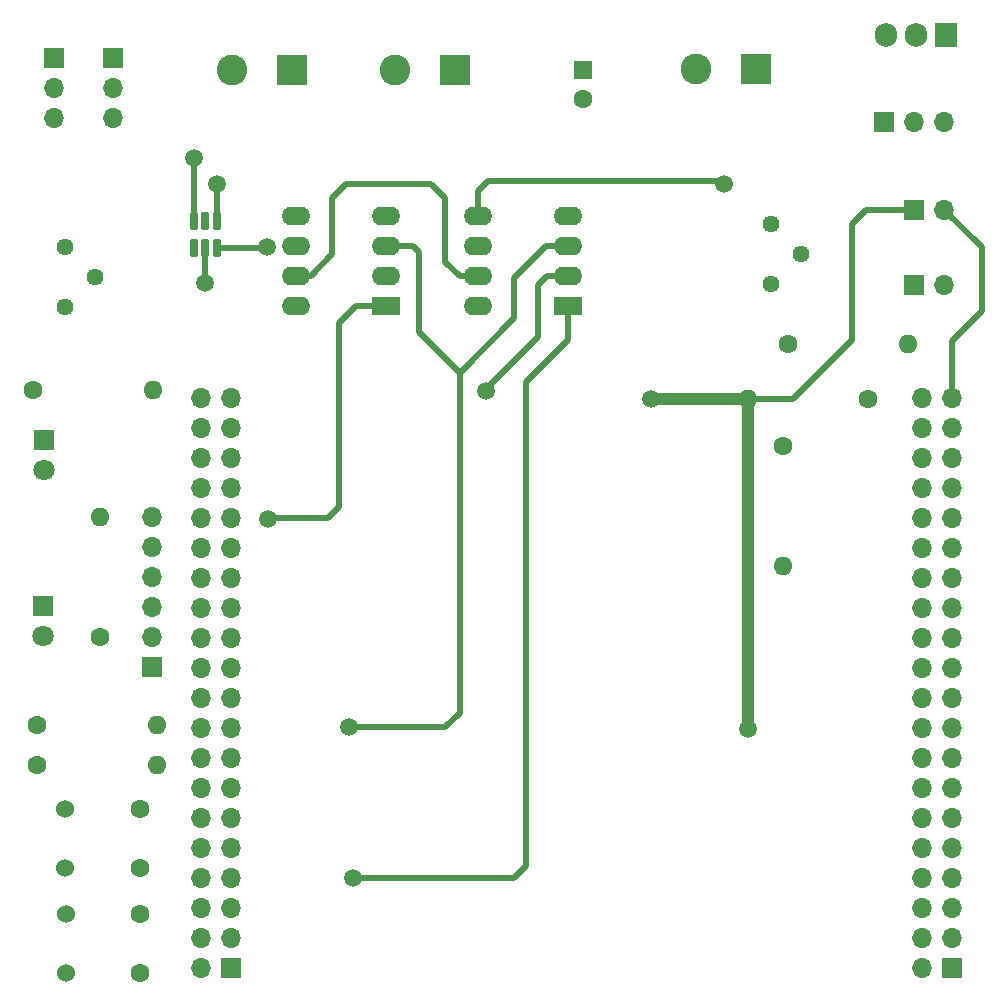
<source format=gbr>
%TF.GenerationSoftware,KiCad,Pcbnew,8.0.0*%
%TF.CreationDate,2024-10-06T21:21:36+02:00*%
%TF.ProjectId,Rayonnement_L476RG,5261796f-6e6e-4656-9d65-6e745f4c3437,rev?*%
%TF.SameCoordinates,Original*%
%TF.FileFunction,Copper,L1,Top*%
%TF.FilePolarity,Positive*%
%FSLAX46Y46*%
G04 Gerber Fmt 4.6, Leading zero omitted, Abs format (unit mm)*
G04 Created by KiCad (PCBNEW 8.0.0) date 2024-10-06 21:21:36*
%MOMM*%
%LPD*%
G01*
G04 APERTURE LIST*
G04 Aperture macros list*
%AMRoundRect*
0 Rectangle with rounded corners*
0 $1 Rounding radius*
0 $2 $3 $4 $5 $6 $7 $8 $9 X,Y pos of 4 corners*
0 Add a 4 corners polygon primitive as box body*
4,1,4,$2,$3,$4,$5,$6,$7,$8,$9,$2,$3,0*
0 Add four circle primitives for the rounded corners*
1,1,$1+$1,$2,$3*
1,1,$1+$1,$4,$5*
1,1,$1+$1,$6,$7*
1,1,$1+$1,$8,$9*
0 Add four rect primitives between the rounded corners*
20,1,$1+$1,$2,$3,$4,$5,0*
20,1,$1+$1,$4,$5,$6,$7,0*
20,1,$1+$1,$6,$7,$8,$9,0*
20,1,$1+$1,$8,$9,$2,$3,0*%
G04 Aperture macros list end*
%TA.AperFunction,ComponentPad*%
%ADD10R,1.700000X1.700000*%
%TD*%
%TA.AperFunction,ComponentPad*%
%ADD11O,1.700000X1.700000*%
%TD*%
%TA.AperFunction,ComponentPad*%
%ADD12R,2.600000X2.600000*%
%TD*%
%TA.AperFunction,ComponentPad*%
%ADD13C,2.600000*%
%TD*%
%TA.AperFunction,ComponentPad*%
%ADD14R,1.800000X1.800000*%
%TD*%
%TA.AperFunction,ComponentPad*%
%ADD15C,1.800000*%
%TD*%
%TA.AperFunction,ComponentPad*%
%ADD16C,1.524000*%
%TD*%
%TA.AperFunction,ComponentPad*%
%ADD17C,1.440000*%
%TD*%
%TA.AperFunction,ComponentPad*%
%ADD18R,2.400000X1.600000*%
%TD*%
%TA.AperFunction,ComponentPad*%
%ADD19O,2.400000X1.600000*%
%TD*%
%TA.AperFunction,ComponentPad*%
%ADD20C,1.600000*%
%TD*%
%TA.AperFunction,ComponentPad*%
%ADD21O,1.600000X1.600000*%
%TD*%
%TA.AperFunction,ComponentPad*%
%ADD22R,1.600000X1.600000*%
%TD*%
%TA.AperFunction,SMDPad,CuDef*%
%ADD23RoundRect,0.150000X0.150000X-0.650000X0.150000X0.650000X-0.150000X0.650000X-0.150000X-0.650000X0*%
%TD*%
%TA.AperFunction,ComponentPad*%
%ADD24R,1.905000X2.000000*%
%TD*%
%TA.AperFunction,ComponentPad*%
%ADD25O,1.905000X2.000000*%
%TD*%
%TA.AperFunction,ViaPad*%
%ADD26C,1.500000*%
%TD*%
%TA.AperFunction,Conductor*%
%ADD27C,0.500000*%
%TD*%
%TA.AperFunction,Conductor*%
%ADD28C,1.000000*%
%TD*%
G04 APERTURE END LIST*
D10*
%TO.P,J4,1,Pin_1*%
%TO.N,unconnected-(J4-Pin_1-Pad1)*%
X208500000Y-143440000D03*
D11*
%TO.P,J4,2,Pin_2*%
%TO.N,unconnected-(J4-Pin_2-Pad2)*%
X205960000Y-143440000D03*
%TO.P,J4,3,Pin_3*%
%TO.N,unconnected-(J4-Pin_3-Pad3)*%
X208500000Y-140900000D03*
%TO.P,J4,4,Pin_4*%
%TO.N,unconnected-(J4-Pin_4-Pad4)*%
X205960000Y-140900000D03*
%TO.P,J4,5,Pin_5*%
%TO.N,unconnected-(J4-Pin_5-Pad5)*%
X208500000Y-138360000D03*
%TO.P,J4,6,Pin_6*%
%TO.N,unconnected-(J4-Pin_6-Pad6)*%
X205960000Y-138360000D03*
%TO.P,J4,7,Pin_7*%
%TO.N,unconnected-(J4-Pin_7-Pad7)*%
X208500000Y-135820000D03*
%TO.P,J4,8,Pin_8*%
%TO.N,unconnected-(J4-Pin_8-Pad8)*%
X205960000Y-135820000D03*
%TO.P,J4,9,Pin_9*%
%TO.N,unconnected-(J4-Pin_9-Pad9)*%
X208500000Y-133280000D03*
%TO.P,J4,10,Pin_10*%
%TO.N,unconnected-(J4-Pin_10-Pad10)*%
X205960000Y-133280000D03*
%TO.P,J4,11,Pin_11*%
%TO.N,unconnected-(J4-Pin_11-Pad11)*%
X208500000Y-130740000D03*
%TO.P,J4,12,Pin_12*%
%TO.N,unconnected-(J4-Pin_12-Pad12)*%
X205960000Y-130740000D03*
%TO.P,J4,13,Pin_13*%
%TO.N,unconnected-(J4-Pin_13-Pad13)*%
X208500000Y-128200000D03*
%TO.P,J4,14,Pin_14*%
%TO.N,unconnected-(J4-Pin_14-Pad14)*%
X205960000Y-128200000D03*
%TO.P,J4,15,Pin_15*%
%TO.N,unconnected-(J4-Pin_15-Pad15)*%
X208500000Y-125660000D03*
%TO.P,J4,16,Pin_16*%
%TO.N,unconnected-(J4-Pin_16-Pad16)*%
X205960000Y-125660000D03*
%TO.P,J4,17,Pin_17*%
%TO.N,unconnected-(J4-Pin_17-Pad17)*%
X208500000Y-123120000D03*
%TO.P,J4,18,Pin_18*%
%TO.N,3.3V_NUC*%
X205960000Y-123120000D03*
%TO.P,J4,19,Pin_19*%
%TO.N,unconnected-(J4-Pin_19-Pad19)*%
X208500000Y-120580000D03*
%TO.P,J4,20,Pin_20*%
%TO.N,5V_NUC*%
X205960000Y-120580000D03*
%TO.P,J4,21,Pin_21*%
%TO.N,GND*%
X208500000Y-118040000D03*
%TO.P,J4,22,Pin_22*%
X205960000Y-118040000D03*
%TO.P,J4,23,Pin_23*%
%TO.N,Servo*%
X208500000Y-115500000D03*
%TO.P,J4,24,Pin_24*%
%TO.N,GND*%
X205960000Y-115500000D03*
%TO.P,J4,25,Pin_25*%
%TO.N,USER_BUTTON*%
X208500000Y-112960000D03*
%TO.P,J4,26,Pin_26*%
%TO.N,VIN*%
X205960000Y-112960000D03*
%TO.P,J4,27,Pin_27*%
%TO.N,unconnected-(J4-Pin_27-Pad27)*%
X208500000Y-110420000D03*
%TO.P,J4,28,Pin_28*%
%TO.N,unconnected-(J4-Pin_28-Pad28)*%
X205960000Y-110420000D03*
%TO.P,J4,29,Pin_29*%
%TO.N,unconnected-(J4-Pin_29-Pad29)*%
X208500000Y-107880000D03*
%TO.P,J4,30,Pin_30*%
%TO.N,unconnected-(J4-Pin_30-Pad30)*%
X205960000Y-107880000D03*
%TO.P,J4,31,Pin_31*%
%TO.N,unconnected-(J4-Pin_31-Pad31)*%
X208500000Y-105340000D03*
%TO.P,J4,32,Pin_32*%
%TO.N,unconnected-(J4-Pin_32-Pad32)*%
X205960000Y-105340000D03*
%TO.P,J4,33,Pin_33*%
%TO.N,unconnected-(J4-Pin_33-Pad33)*%
X208500000Y-102800000D03*
%TO.P,J4,34,Pin_34*%
%TO.N,unconnected-(J4-Pin_34-Pad34)*%
X205960000Y-102800000D03*
%TO.P,J4,35,Pin_35*%
%TO.N,unconnected-(J4-Pin_35-Pad35)*%
X208500000Y-100260000D03*
%TO.P,J4,36,Pin_36*%
%TO.N,POT_NUM_OUT*%
X205960000Y-100260000D03*
%TO.P,J4,37,Pin_37*%
%TO.N,unconnected-(J4-Pin_37-Pad37)*%
X208500000Y-97720000D03*
%TO.P,J4,38,Pin_38*%
%TO.N,RT_OUT*%
X205960000Y-97720000D03*
%TO.P,J4,39,Pin_39*%
%TO.N,PHD_OUT*%
X208500000Y-95180000D03*
%TO.P,J4,40,Pin_40*%
%TO.N,unconnected-(J4-Pin_40-Pad40)*%
X205960000Y-95180000D03*
%TD*%
D10*
%TO.P,J7,1,Pin_1*%
%TO.N,unconnected-(J7-Pin_1-Pad1)*%
X147460001Y-143440000D03*
D11*
%TO.P,J7,2,Pin_2*%
%TO.N,unconnected-(J7-Pin_2-Pad2)*%
X144920001Y-143440000D03*
%TO.P,J7,3,Pin_3*%
%TO.N,unconnected-(J7-Pin_3-Pad3)*%
X147460001Y-140900000D03*
%TO.P,J7,4,Pin_4*%
%TO.N,SW2_OUT*%
X144920001Y-140900000D03*
%TO.P,J7,5,Pin_5*%
%TO.N,unconnected-(J7-Pin_5-Pad5)*%
X147460001Y-138360000D03*
%TO.P,J7,6,Pin_6*%
%TO.N,SW1_OUT*%
X144920001Y-138360000D03*
%TO.P,J7,7,Pin_7*%
%TO.N,CS_2*%
X147460001Y-135820000D03*
%TO.P,J7,8,Pin_8*%
%TO.N,unconnected-(J7-Pin_8-Pad8)*%
X144920001Y-135820000D03*
%TO.P,J7,9,Pin_9*%
%TO.N,unconnected-(J7-Pin_9-Pad9)*%
X147460001Y-133280000D03*
%TO.P,J7,10,Pin_10*%
%TO.N,unconnected-(J7-Pin_10-Pad10)*%
X144920001Y-133280000D03*
%TO.P,J7,11,Pin_11*%
%TO.N,unconnected-(J7-Pin_11-Pad11)*%
X147460001Y-130740000D03*
%TO.P,J7,12,Pin_12*%
%TO.N,unconnected-(J7-Pin_12-Pad12)*%
X144920001Y-130740000D03*
%TO.P,J7,13,Pin_13*%
%TO.N,SCK*%
X147460001Y-128200000D03*
%TO.P,J7,14,Pin_14*%
%TO.N,unconnected-(J7-Pin_14-Pad14)*%
X144920001Y-128200000D03*
%TO.P,J7,15,Pin_15*%
%TO.N,MISO*%
X147460001Y-125660000D03*
%TO.P,J7,16,Pin_16*%
%TO.N,unconnected-(J7-Pin_16-Pad16)*%
X144920001Y-125660000D03*
%TO.P,J7,17,Pin_17*%
%TO.N,MOSI*%
X147460001Y-123120000D03*
%TO.P,J7,18,Pin_18*%
%TO.N,unconnected-(J7-Pin_18-Pad18)*%
X144920001Y-123120000D03*
%TO.P,J7,19,Pin_19*%
%TO.N,unconnected-(J7-Pin_19-Pad19)*%
X147460001Y-120580000D03*
%TO.P,J7,20,Pin_20*%
%TO.N,unconnected-(J7-Pin_20-Pad20)*%
X144920001Y-120580000D03*
%TO.P,J7,21,Pin_21*%
%TO.N,LED_OUT*%
X147460001Y-118040000D03*
%TO.P,J7,22,Pin_22*%
%TO.N,GND*%
X144920001Y-118040000D03*
%TO.P,J7,23,Pin_23*%
%TO.N,unconnected-(J7-Pin_23-Pad23)*%
X147460001Y-115500000D03*
%TO.P,J7,24,Pin_24*%
%TO.N,Net-(J7-Pin_24)*%
X144920001Y-115500000D03*
%TO.P,J7,25,Pin_25*%
%TO.N,unconnected-(J7-Pin_25-Pad25)*%
X147460001Y-112960000D03*
%TO.P,J7,26,Pin_26*%
%TO.N,Net-(J7-Pin_26)*%
X144920001Y-112960000D03*
%TO.P,J7,27,Pin_27*%
%TO.N,unconnected-(J7-Pin_27-Pad27)*%
X147460001Y-110420000D03*
%TO.P,J7,28,Pin_28*%
%TO.N,Net-(J7-Pin_28)*%
X144920001Y-110420000D03*
%TO.P,J7,29,Pin_29*%
%TO.N,unconnected-(J7-Pin_29-Pad29)*%
X147460001Y-107880000D03*
%TO.P,J7,30,Pin_30*%
%TO.N,Net-(J7-Pin_30)*%
X144920001Y-107880000D03*
%TO.P,J7,31,Pin_31*%
%TO.N,CS_1*%
X147460001Y-105340000D03*
%TO.P,J7,32,Pin_32*%
%TO.N,LED_OUT2*%
X144920001Y-105340000D03*
%TO.P,J7,33,Pin_33*%
%TO.N,unconnected-(J7-Pin_33-Pad33)*%
X147460001Y-102800000D03*
%TO.P,J7,34,Pin_34*%
%TO.N,unconnected-(J7-Pin_34-Pad34)*%
X144920001Y-102800000D03*
%TO.P,J7,35,Pin_35*%
%TO.N,unconnected-(J7-Pin_35-Pad35)*%
X147460001Y-100260000D03*
%TO.P,J7,36,Pin_36*%
%TO.N,POT_OUT*%
X144920001Y-100260000D03*
%TO.P,J7,37,Pin_37*%
%TO.N,unconnected-(J7-Pin_37-Pad37)*%
X147460001Y-97720000D03*
%TO.P,J7,38,Pin_38*%
%TO.N,unconnected-(J7-Pin_38-Pad38)*%
X144920001Y-97720000D03*
%TO.P,J7,39,Pin_39*%
%TO.N,unconnected-(J7-Pin_39-Pad39)*%
X147460001Y-95180000D03*
%TO.P,J7,40,Pin_40*%
%TO.N,unconnected-(J7-Pin_40-Pad40)*%
X144920001Y-95180000D03*
%TD*%
D12*
%TO.P,J3,1,Pin_1*%
%TO.N,GND*%
X191880000Y-67335000D03*
D13*
%TO.P,J3,2,Pin_2*%
%TO.N,VIN*%
X186800000Y-67335000D03*
%TD*%
D12*
%TO.P,J5,1,Pin_1*%
%TO.N,LED_POW_IN*%
X152585000Y-67350000D03*
D13*
%TO.P,J5,2,Pin_2*%
%TO.N,Net-(J5-Pin_2)*%
X147505000Y-67350000D03*
%TD*%
D10*
%TO.P,J11,1,Pin_1*%
%TO.N,3.3V_NUC*%
X132500000Y-66370000D03*
D11*
%TO.P,J11,2,Pin_2*%
X132500000Y-68910000D03*
%TO.P,J11,3,Pin_3*%
X132500000Y-71450000D03*
%TD*%
D14*
%TO.P,D2,1,K*%
%TO.N,GND*%
X131550000Y-112790000D03*
D15*
%TO.P,D2,2,A*%
%TO.N,Net-(D2-A)*%
X131550000Y-115330000D03*
%TD*%
D16*
%TO.P,SW1,1,1*%
%TO.N,3.3V_NUC*%
X133400000Y-129950000D03*
%TO.P,SW1,2,2*%
%TO.N,SW1_OUT*%
X133400000Y-134950000D03*
%TD*%
D10*
%TO.P,J2,1,Pin_1*%
%TO.N,GND*%
X202720000Y-71800000D03*
D11*
%TO.P,J2,2,Pin_2*%
%TO.N,5V*%
X205260000Y-71800000D03*
%TO.P,J2,3,Pin_3*%
%TO.N,Servo*%
X207800000Y-71800000D03*
%TD*%
D17*
%TO.P,RV2,1,1*%
%TO.N,Net-(R4-Pad1)*%
X193200000Y-85480000D03*
%TO.P,RV2,2,2*%
X195740000Y-82940000D03*
%TO.P,RV2,3,3*%
%TO.N,GND*%
X193200000Y-80400000D03*
%TD*%
D18*
%TO.P,U4,1,CS*%
%TO.N,CS_2*%
X176000000Y-87350000D03*
D19*
%TO.P,U4,2,SCK*%
%TO.N,SCK*%
X176000000Y-84810000D03*
%TO.P,U4,3,SDI/MOSI*%
%TO.N,MOSI*%
X176000000Y-82270000D03*
%TO.P,U4,4,VSS*%
%TO.N,GND*%
X176000000Y-79730000D03*
%TO.P,U4,5,POW*%
%TO.N,POT_NUM_OUT*%
X168380000Y-79730000D03*
%TO.P,U4,6,POB*%
%TO.N,3.3V_NUC*%
X168380000Y-82270000D03*
%TO.P,U4,7,SDO/MISO*%
%TO.N,MISO*%
X168380000Y-84810000D03*
%TO.P,U4,8,VDD*%
%TO.N,5V_NUC*%
X168380000Y-87350000D03*
%TD*%
D20*
%TO.P,R2,1*%
%TO.N,SW2_OUT*%
X131040000Y-122800000D03*
D21*
%TO.P,R2,2*%
%TO.N,GND*%
X141200000Y-122800000D03*
%TD*%
D12*
%TO.P,J1,1,Pin_1*%
%TO.N,GND*%
X166445000Y-67400000D03*
D13*
%TO.P,J1,2,Pin_2*%
%TO.N,LED_POW_IN*%
X161365000Y-67400000D03*
%TD*%
D10*
%TO.P,J6,1,Pin_1*%
%TO.N,3.3V_NUC*%
X205260000Y-79200000D03*
D11*
%TO.P,J6,2,Pin_2*%
%TO.N,PHD_OUT*%
X207800000Y-79200000D03*
%TD*%
D14*
%TO.P,D1,1,K*%
%TO.N,Net-(D1-K)*%
X131650000Y-98690000D03*
D15*
%TO.P,D1,2,A*%
%TO.N,3.3V_NUC*%
X131650000Y-101230000D03*
%TD*%
D20*
%TO.P,C2,1*%
%TO.N,3.3V_NUC*%
X139700000Y-143800000D03*
%TO.P,C2,2*%
%TO.N,SW2_OUT*%
X139700000Y-138800000D03*
%TD*%
D10*
%TO.P,J8,1,Pin_1*%
%TO.N,GND*%
X140750000Y-117950000D03*
D11*
%TO.P,J8,2,Pin_2*%
%TO.N,Net-(J7-Pin_24)*%
X140750000Y-115410000D03*
%TO.P,J8,3,Pin_3*%
%TO.N,Net-(J7-Pin_26)*%
X140750000Y-112870000D03*
%TO.P,J8,4,Pin_4*%
%TO.N,Net-(J7-Pin_28)*%
X140750000Y-110330000D03*
%TO.P,J8,5,Pin_5*%
%TO.N,Net-(J7-Pin_30)*%
X140750000Y-107790000D03*
%TO.P,J8,6,Pin_6*%
%TO.N,LED_OUT2*%
X140750000Y-105250000D03*
%TD*%
D22*
%TO.P,C3,1*%
%TO.N,VIN*%
X177285000Y-67350000D03*
D20*
%TO.P,C3,2*%
%TO.N,GND*%
X177285000Y-69850000D03*
%TD*%
D10*
%TO.P,J9,1,Pin_1*%
%TO.N,RT_OUT*%
X205260000Y-85600000D03*
D11*
%TO.P,J9,2,Pin_2*%
%TO.N,GND*%
X207800000Y-85600000D03*
%TD*%
D20*
%TO.P,R4,1*%
%TO.N,Net-(R4-Pad1)*%
X194640000Y-90600000D03*
D21*
%TO.P,R4,2*%
%TO.N,PHD_OUT*%
X204800000Y-90600000D03*
%TD*%
D20*
%TO.P,C1,1*%
%TO.N,3.3V_NUC*%
X139750000Y-129950000D03*
%TO.P,C1,2*%
%TO.N,SW1_OUT*%
X139750000Y-134950000D03*
%TD*%
D16*
%TO.P,SW2,1,1*%
%TO.N,3.3V_NUC*%
X133450000Y-143800000D03*
%TO.P,SW2,2,2*%
%TO.N,SW2_OUT*%
X133450000Y-138800000D03*
%TD*%
D20*
%TO.P,R3,1*%
%TO.N,Net-(D1-K)*%
X130720000Y-94480000D03*
D21*
%TO.P,R3,2*%
%TO.N,LED_OUT*%
X140880000Y-94480000D03*
%TD*%
D20*
%TO.P,R1,1*%
%TO.N,SW1_OUT*%
X131040000Y-126200000D03*
D21*
%TO.P,R1,2*%
%TO.N,GND*%
X141200000Y-126200000D03*
%TD*%
D20*
%TO.P,R6,1*%
%TO.N,Net-(D2-A)*%
X136320000Y-115380000D03*
D21*
%TO.P,R6,2*%
%TO.N,LED_OUT2*%
X136320000Y-105220000D03*
%TD*%
D10*
%TO.P,J10,1,Pin_1*%
%TO.N,GND*%
X137450000Y-66370000D03*
D11*
%TO.P,J10,2,Pin_2*%
X137450000Y-68910000D03*
%TO.P,J10,3,Pin_3*%
X137450000Y-71450000D03*
%TD*%
D23*
%TO.P,U2,1,NC*%
%TO.N,unconnected-(U2-NC-Pad1)*%
X144335000Y-82450000D03*
%TO.P,U2,2,GND*%
%TO.N,GND*%
X145285000Y-82450000D03*
%TO.P,U2,3,REXT*%
%TO.N,Net-(U1-POB)*%
X146235000Y-82450000D03*
%TO.P,U2,4,VS*%
%TO.N,LED_POW_IN*%
X146235000Y-80150000D03*
%TO.P,U2,5,NC*%
%TO.N,unconnected-(U2-NC-Pad5)*%
X145285000Y-80150000D03*
%TO.P,U2,6,OUT*%
%TO.N,Net-(J5-Pin_2)*%
X144335000Y-80150000D03*
%TD*%
D20*
%TO.P,R5,1*%
%TO.N,RT_OUT*%
X201360000Y-95200000D03*
D21*
%TO.P,R5,2*%
%TO.N,3.3V_NUC*%
X191200000Y-95200000D03*
%TD*%
D20*
%TO.P,R7,1*%
%TO.N,POT_NUM_OUT*%
X194200000Y-99200000D03*
D21*
%TO.P,R7,2*%
%TO.N,GND*%
X194200000Y-109360000D03*
%TD*%
D24*
%TO.P,U3,1,VI*%
%TO.N,VIN*%
X207940000Y-64455000D03*
D25*
%TO.P,U3,2,GND*%
%TO.N,GND*%
X205400000Y-64455000D03*
%TO.P,U3,3,VO*%
%TO.N,5V*%
X202860000Y-64455000D03*
%TD*%
D18*
%TO.P,U1,1,CS*%
%TO.N,CS_1*%
X160530000Y-87350000D03*
D19*
%TO.P,U1,2,SCK*%
%TO.N,SCK*%
X160530000Y-84810000D03*
%TO.P,U1,3,SDI/MOSI*%
%TO.N,MOSI*%
X160530000Y-82270000D03*
%TO.P,U1,4,VSS*%
%TO.N,GND*%
X160530000Y-79730000D03*
%TO.P,U1,5,POW*%
X152910000Y-79730000D03*
%TO.P,U1,6,POB*%
%TO.N,Net-(U1-POB)*%
X152910000Y-82270000D03*
%TO.P,U1,7,SDO/MISO*%
%TO.N,MISO*%
X152910000Y-84810000D03*
%TO.P,U1,8,VDD*%
%TO.N,5V_NUC*%
X152910000Y-87350000D03*
%TD*%
D17*
%TO.P,RV1,1,1*%
%TO.N,3.3V_NUC*%
X133400000Y-87480000D03*
%TO.P,RV1,2,2*%
%TO.N,POT_OUT*%
X135940000Y-84940000D03*
%TO.P,RV1,3,3*%
%TO.N,GND*%
X133400000Y-82400000D03*
%TD*%
D26*
%TO.N,GND*%
X145250000Y-85400000D03*
%TO.N,LED_POW_IN*%
X146235000Y-77065000D03*
%TO.N,3.3V_NUC*%
X183000000Y-95200000D03*
X191200000Y-123200000D03*
%TO.N,SCK*%
X169000000Y-94600000D03*
%TO.N,MOSI*%
X157400000Y-123000000D03*
%TO.N,POT_NUM_OUT*%
X189200000Y-77000000D03*
%TO.N,Net-(J5-Pin_2)*%
X144350000Y-74850000D03*
%TO.N,CS_1*%
X150600000Y-105400000D03*
%TO.N,CS_2*%
X157800000Y-135800000D03*
%TO.N,Net-(U1-POB)*%
X150450000Y-82400000D03*
%TD*%
D27*
%TO.N,GND*%
X145285000Y-85365000D02*
X145285000Y-82450000D01*
X145250000Y-85400000D02*
X145285000Y-85365000D01*
%TO.N,LED_POW_IN*%
X146235000Y-80150000D02*
X146235000Y-77065000D01*
X146250000Y-77050000D02*
X146235000Y-77065000D01*
%TO.N,3.3V_NUC*%
X200000000Y-90200000D02*
X200000000Y-80400000D01*
X195000000Y-95200000D02*
X200000000Y-90200000D01*
X200000000Y-80400000D02*
X201200000Y-79200000D01*
D28*
X183000000Y-95200000D02*
X191200000Y-95200000D01*
D27*
X191200000Y-95200000D02*
X195000000Y-95200000D01*
X201200000Y-79200000D02*
X205260000Y-79200000D01*
D28*
X191200000Y-95200000D02*
X191200000Y-123200000D01*
D27*
%TO.N,SCK*%
X173400000Y-90000000D02*
X173400000Y-85600000D01*
X173400000Y-85600000D02*
X174190000Y-84810000D01*
X174190000Y-84810000D02*
X176000000Y-84810000D01*
X169000000Y-94400000D02*
X173400000Y-90000000D01*
X169000000Y-94600000D02*
X169000000Y-94400000D01*
%TO.N,MISO*%
X157200000Y-77000000D02*
X164400000Y-77000000D01*
X154190000Y-84810000D02*
X156000000Y-83000000D01*
X164400000Y-77000000D02*
X165600000Y-78200000D01*
X156000000Y-78200000D02*
X157200000Y-77000000D01*
X152910000Y-84810000D02*
X154190000Y-84810000D01*
X166810000Y-84810000D02*
X168380000Y-84810000D01*
X156000000Y-83000000D02*
X156000000Y-78200000D01*
X165600000Y-78200000D02*
X165600000Y-83600000D01*
X165600000Y-83600000D02*
X166810000Y-84810000D01*
%TO.N,MOSI*%
X171400000Y-85000000D02*
X171400000Y-88400000D01*
X165600000Y-123000000D02*
X157400000Y-123000000D01*
X163400000Y-89600000D02*
X166800000Y-93000000D01*
X166800000Y-94600000D02*
X166800000Y-121800000D01*
X163400000Y-82800000D02*
X163400000Y-89600000D01*
X174130000Y-82270000D02*
X171400000Y-85000000D01*
X171400000Y-88400000D02*
X166800000Y-93000000D01*
X166800000Y-93000000D02*
X166800000Y-94600000D01*
X162870000Y-82270000D02*
X163400000Y-82800000D01*
X166800000Y-121800000D02*
X165600000Y-123000000D01*
X176000000Y-82270000D02*
X174130000Y-82270000D01*
X160530000Y-82270000D02*
X162870000Y-82270000D01*
%TO.N,PHD_OUT*%
X209000000Y-89800000D02*
X211000000Y-87800000D01*
X211000000Y-87800000D02*
X211000000Y-82400000D01*
X211000000Y-82400000D02*
X207800000Y-79200000D01*
X208500000Y-90300000D02*
X209000000Y-89800000D01*
X208500000Y-95180000D02*
X208500000Y-90300000D01*
%TO.N,POT_NUM_OUT*%
X189000000Y-76800000D02*
X189200000Y-77000000D01*
X169200000Y-76800000D02*
X168380000Y-77620000D01*
X183000000Y-76800000D02*
X189000000Y-76800000D01*
X183000000Y-76800000D02*
X169200000Y-76800000D01*
X168380000Y-77620000D02*
X168380000Y-79730000D01*
%TO.N,Net-(J5-Pin_2)*%
X144335000Y-74865000D02*
X144350000Y-74850000D01*
X144335000Y-80150000D02*
X144335000Y-74865000D01*
%TO.N,CS_1*%
X155660000Y-105340000D02*
X150660000Y-105340000D01*
X158050000Y-87350000D02*
X160530000Y-87350000D01*
X155660000Y-105340000D02*
X156600000Y-104400000D01*
X156600000Y-104400000D02*
X156600000Y-88800000D01*
X150660000Y-105340000D02*
X150600000Y-105400000D01*
X156600000Y-88800000D02*
X158050000Y-87350000D01*
%TO.N,CS_2*%
X172400000Y-93800000D02*
X172400000Y-134800000D01*
X176000000Y-87350000D02*
X176000000Y-90200000D01*
X172400000Y-134800000D02*
X171380000Y-135820000D01*
X176000000Y-90200000D02*
X172400000Y-93800000D01*
X171360000Y-135800000D02*
X171380000Y-135820000D01*
X157800000Y-135800000D02*
X171360000Y-135800000D01*
%TO.N,Net-(U1-POB)*%
X150400000Y-82450000D02*
X150450000Y-82400000D01*
X146235000Y-82450000D02*
X150400000Y-82450000D01*
%TD*%
M02*

</source>
